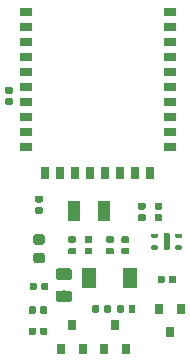
<source format=gbr>
G04 #@! TF.GenerationSoftware,KiCad,Pcbnew,(5.1.2-1)-1*
G04 #@! TF.CreationDate,2021-09-11T11:00:07+02:00*
G04 #@! TF.ProjectId,parasite,70617261-7369-4746-952e-6b696361645f,1.1.0*
G04 #@! TF.SameCoordinates,Original*
G04 #@! TF.FileFunction,Paste,Top*
G04 #@! TF.FilePolarity,Positive*
%FSLAX46Y46*%
G04 Gerber Fmt 4.6, Leading zero omitted, Abs format (unit mm)*
G04 Created by KiCad (PCBNEW (5.1.2-1)-1) date 2021-09-11 11:00:07*
%MOMM*%
%LPD*%
G04 APERTURE LIST*
%ADD10R,1.000000X0.650000*%
%ADD11R,0.650000X1.000000*%
%ADD12C,0.100000*%
%ADD13C,0.590000*%
%ADD14C,0.500000*%
%ADD15C,0.350000*%
%ADD16R,1.000000X1.800000*%
%ADD17R,0.800000X0.900000*%
%ADD18C,0.875000*%
%ADD19C,0.975000*%
%ADD20R,1.300000X1.700000*%
G04 APERTURE END LIST*
D10*
X60881000Y-42600000D03*
X60881000Y-41330000D03*
X60881000Y-40060000D03*
X60881000Y-38790000D03*
X60881000Y-37520000D03*
X60881000Y-36250000D03*
X60881000Y-34980000D03*
X60881000Y-33710000D03*
X60881000Y-32440000D03*
X60881000Y-31170000D03*
X73119000Y-38790000D03*
X73119000Y-31170000D03*
X73119000Y-37520000D03*
X73119000Y-32440000D03*
X73119000Y-33710000D03*
X73119000Y-34980000D03*
X73119000Y-40060000D03*
X73119000Y-36250000D03*
X73119000Y-41330000D03*
X73119000Y-42600000D03*
D11*
X70150000Y-44819000D03*
X62530000Y-44819000D03*
X68880000Y-44819000D03*
X63800000Y-44819000D03*
X65070000Y-44819000D03*
X66340000Y-44819000D03*
X71420000Y-44819000D03*
X67610000Y-44819000D03*
D12*
G36*
X59636958Y-38455710D02*
G01*
X59651276Y-38457834D01*
X59665317Y-38461351D01*
X59678946Y-38466228D01*
X59692031Y-38472417D01*
X59704447Y-38479858D01*
X59716073Y-38488481D01*
X59726798Y-38498202D01*
X59736519Y-38508927D01*
X59745142Y-38520553D01*
X59752583Y-38532969D01*
X59758772Y-38546054D01*
X59763649Y-38559683D01*
X59767166Y-38573724D01*
X59769290Y-38588042D01*
X59770000Y-38602500D01*
X59770000Y-38897500D01*
X59769290Y-38911958D01*
X59767166Y-38926276D01*
X59763649Y-38940317D01*
X59758772Y-38953946D01*
X59752583Y-38967031D01*
X59745142Y-38979447D01*
X59736519Y-38991073D01*
X59726798Y-39001798D01*
X59716073Y-39011519D01*
X59704447Y-39020142D01*
X59692031Y-39027583D01*
X59678946Y-39033772D01*
X59665317Y-39038649D01*
X59651276Y-39042166D01*
X59636958Y-39044290D01*
X59622500Y-39045000D01*
X59277500Y-39045000D01*
X59263042Y-39044290D01*
X59248724Y-39042166D01*
X59234683Y-39038649D01*
X59221054Y-39033772D01*
X59207969Y-39027583D01*
X59195553Y-39020142D01*
X59183927Y-39011519D01*
X59173202Y-39001798D01*
X59163481Y-38991073D01*
X59154858Y-38979447D01*
X59147417Y-38967031D01*
X59141228Y-38953946D01*
X59136351Y-38940317D01*
X59132834Y-38926276D01*
X59130710Y-38911958D01*
X59130000Y-38897500D01*
X59130000Y-38602500D01*
X59130710Y-38588042D01*
X59132834Y-38573724D01*
X59136351Y-38559683D01*
X59141228Y-38546054D01*
X59147417Y-38532969D01*
X59154858Y-38520553D01*
X59163481Y-38508927D01*
X59173202Y-38498202D01*
X59183927Y-38488481D01*
X59195553Y-38479858D01*
X59207969Y-38472417D01*
X59221054Y-38466228D01*
X59234683Y-38461351D01*
X59248724Y-38457834D01*
X59263042Y-38455710D01*
X59277500Y-38455000D01*
X59622500Y-38455000D01*
X59636958Y-38455710D01*
X59636958Y-38455710D01*
G37*
D13*
X59450000Y-38750000D03*
D12*
G36*
X59636958Y-37485710D02*
G01*
X59651276Y-37487834D01*
X59665317Y-37491351D01*
X59678946Y-37496228D01*
X59692031Y-37502417D01*
X59704447Y-37509858D01*
X59716073Y-37518481D01*
X59726798Y-37528202D01*
X59736519Y-37538927D01*
X59745142Y-37550553D01*
X59752583Y-37562969D01*
X59758772Y-37576054D01*
X59763649Y-37589683D01*
X59767166Y-37603724D01*
X59769290Y-37618042D01*
X59770000Y-37632500D01*
X59770000Y-37927500D01*
X59769290Y-37941958D01*
X59767166Y-37956276D01*
X59763649Y-37970317D01*
X59758772Y-37983946D01*
X59752583Y-37997031D01*
X59745142Y-38009447D01*
X59736519Y-38021073D01*
X59726798Y-38031798D01*
X59716073Y-38041519D01*
X59704447Y-38050142D01*
X59692031Y-38057583D01*
X59678946Y-38063772D01*
X59665317Y-38068649D01*
X59651276Y-38072166D01*
X59636958Y-38074290D01*
X59622500Y-38075000D01*
X59277500Y-38075000D01*
X59263042Y-38074290D01*
X59248724Y-38072166D01*
X59234683Y-38068649D01*
X59221054Y-38063772D01*
X59207969Y-38057583D01*
X59195553Y-38050142D01*
X59183927Y-38041519D01*
X59173202Y-38031798D01*
X59163481Y-38021073D01*
X59154858Y-38009447D01*
X59147417Y-37997031D01*
X59141228Y-37983946D01*
X59136351Y-37970317D01*
X59132834Y-37956276D01*
X59130710Y-37941958D01*
X59130000Y-37927500D01*
X59130000Y-37632500D01*
X59130710Y-37618042D01*
X59132834Y-37603724D01*
X59136351Y-37589683D01*
X59141228Y-37576054D01*
X59147417Y-37562969D01*
X59154858Y-37550553D01*
X59163481Y-37538927D01*
X59173202Y-37528202D01*
X59183927Y-37518481D01*
X59195553Y-37509858D01*
X59207969Y-37502417D01*
X59221054Y-37496228D01*
X59234683Y-37491351D01*
X59248724Y-37487834D01*
X59263042Y-37485710D01*
X59277500Y-37485000D01*
X59622500Y-37485000D01*
X59636958Y-37485710D01*
X59636958Y-37485710D01*
G37*
D13*
X59450000Y-37780000D03*
D12*
G36*
X72937252Y-49900602D02*
G01*
X72949386Y-49902402D01*
X72961286Y-49905382D01*
X72972835Y-49909515D01*
X72983925Y-49914760D01*
X72994446Y-49921066D01*
X73004299Y-49928374D01*
X73013388Y-49936612D01*
X73021626Y-49945701D01*
X73028934Y-49955554D01*
X73035240Y-49966075D01*
X73040485Y-49977165D01*
X73044618Y-49988714D01*
X73047598Y-50000614D01*
X73049398Y-50012748D01*
X73050000Y-50025000D01*
X73050000Y-51175000D01*
X73049398Y-51187252D01*
X73047598Y-51199386D01*
X73044618Y-51211286D01*
X73040485Y-51222835D01*
X73035240Y-51233925D01*
X73028934Y-51244446D01*
X73021626Y-51254299D01*
X73013388Y-51263388D01*
X73004299Y-51271626D01*
X72994446Y-51278934D01*
X72983925Y-51285240D01*
X72972835Y-51290485D01*
X72961286Y-51294618D01*
X72949386Y-51297598D01*
X72937252Y-51299398D01*
X72925000Y-51300000D01*
X72675000Y-51300000D01*
X72662748Y-51299398D01*
X72650614Y-51297598D01*
X72638714Y-51294618D01*
X72627165Y-51290485D01*
X72616075Y-51285240D01*
X72605554Y-51278934D01*
X72595701Y-51271626D01*
X72586612Y-51263388D01*
X72578374Y-51254299D01*
X72571066Y-51244446D01*
X72564760Y-51233925D01*
X72559515Y-51222835D01*
X72555382Y-51211286D01*
X72552402Y-51199386D01*
X72550602Y-51187252D01*
X72550000Y-51175000D01*
X72550000Y-50025000D01*
X72550602Y-50012748D01*
X72552402Y-50000614D01*
X72555382Y-49988714D01*
X72559515Y-49977165D01*
X72564760Y-49966075D01*
X72571066Y-49955554D01*
X72578374Y-49945701D01*
X72586612Y-49936612D01*
X72595701Y-49928374D01*
X72605554Y-49921066D01*
X72616075Y-49914760D01*
X72627165Y-49909515D01*
X72638714Y-49905382D01*
X72650614Y-49902402D01*
X72662748Y-49900602D01*
X72675000Y-49900000D01*
X72925000Y-49900000D01*
X72937252Y-49900602D01*
X72937252Y-49900602D01*
G37*
D14*
X72800000Y-50600000D03*
D12*
G36*
X71971076Y-50925421D02*
G01*
X71979570Y-50926681D01*
X71987900Y-50928768D01*
X71995985Y-50931661D01*
X72003747Y-50935332D01*
X72011112Y-50939746D01*
X72018009Y-50944862D01*
X72024372Y-50950628D01*
X72030138Y-50956991D01*
X72035254Y-50963888D01*
X72039668Y-50971253D01*
X72043339Y-50979015D01*
X72046232Y-50987100D01*
X72048319Y-50995430D01*
X72049579Y-51003924D01*
X72050000Y-51012500D01*
X72050000Y-51187500D01*
X72049579Y-51196076D01*
X72048319Y-51204570D01*
X72046232Y-51212900D01*
X72043339Y-51220985D01*
X72039668Y-51228747D01*
X72035254Y-51236112D01*
X72030138Y-51243009D01*
X72024372Y-51249372D01*
X72018009Y-51255138D01*
X72011112Y-51260254D01*
X72003747Y-51264668D01*
X71995985Y-51268339D01*
X71987900Y-51271232D01*
X71979570Y-51273319D01*
X71971076Y-51274579D01*
X71962500Y-51275000D01*
X71587500Y-51275000D01*
X71578924Y-51274579D01*
X71570430Y-51273319D01*
X71562100Y-51271232D01*
X71554015Y-51268339D01*
X71546253Y-51264668D01*
X71538888Y-51260254D01*
X71531991Y-51255138D01*
X71525628Y-51249372D01*
X71519862Y-51243009D01*
X71514746Y-51236112D01*
X71510332Y-51228747D01*
X71506661Y-51220985D01*
X71503768Y-51212900D01*
X71501681Y-51204570D01*
X71500421Y-51196076D01*
X71500000Y-51187500D01*
X71500000Y-51012500D01*
X71500421Y-51003924D01*
X71501681Y-50995430D01*
X71503768Y-50987100D01*
X71506661Y-50979015D01*
X71510332Y-50971253D01*
X71514746Y-50963888D01*
X71519862Y-50956991D01*
X71525628Y-50950628D01*
X71531991Y-50944862D01*
X71538888Y-50939746D01*
X71546253Y-50935332D01*
X71554015Y-50931661D01*
X71562100Y-50928768D01*
X71570430Y-50926681D01*
X71578924Y-50925421D01*
X71587500Y-50925000D01*
X71962500Y-50925000D01*
X71971076Y-50925421D01*
X71971076Y-50925421D01*
G37*
D15*
X71775000Y-51100000D03*
D12*
G36*
X71971076Y-49925421D02*
G01*
X71979570Y-49926681D01*
X71987900Y-49928768D01*
X71995985Y-49931661D01*
X72003747Y-49935332D01*
X72011112Y-49939746D01*
X72018009Y-49944862D01*
X72024372Y-49950628D01*
X72030138Y-49956991D01*
X72035254Y-49963888D01*
X72039668Y-49971253D01*
X72043339Y-49979015D01*
X72046232Y-49987100D01*
X72048319Y-49995430D01*
X72049579Y-50003924D01*
X72050000Y-50012500D01*
X72050000Y-50187500D01*
X72049579Y-50196076D01*
X72048319Y-50204570D01*
X72046232Y-50212900D01*
X72043339Y-50220985D01*
X72039668Y-50228747D01*
X72035254Y-50236112D01*
X72030138Y-50243009D01*
X72024372Y-50249372D01*
X72018009Y-50255138D01*
X72011112Y-50260254D01*
X72003747Y-50264668D01*
X71995985Y-50268339D01*
X71987900Y-50271232D01*
X71979570Y-50273319D01*
X71971076Y-50274579D01*
X71962500Y-50275000D01*
X71587500Y-50275000D01*
X71578924Y-50274579D01*
X71570430Y-50273319D01*
X71562100Y-50271232D01*
X71554015Y-50268339D01*
X71546253Y-50264668D01*
X71538888Y-50260254D01*
X71531991Y-50255138D01*
X71525628Y-50249372D01*
X71519862Y-50243009D01*
X71514746Y-50236112D01*
X71510332Y-50228747D01*
X71506661Y-50220985D01*
X71503768Y-50212900D01*
X71501681Y-50204570D01*
X71500421Y-50196076D01*
X71500000Y-50187500D01*
X71500000Y-50012500D01*
X71500421Y-50003924D01*
X71501681Y-49995430D01*
X71503768Y-49987100D01*
X71506661Y-49979015D01*
X71510332Y-49971253D01*
X71514746Y-49963888D01*
X71519862Y-49956991D01*
X71525628Y-49950628D01*
X71531991Y-49944862D01*
X71538888Y-49939746D01*
X71546253Y-49935332D01*
X71554015Y-49931661D01*
X71562100Y-49928768D01*
X71570430Y-49926681D01*
X71578924Y-49925421D01*
X71587500Y-49925000D01*
X71962500Y-49925000D01*
X71971076Y-49925421D01*
X71971076Y-49925421D01*
G37*
D15*
X71775000Y-50100000D03*
D12*
G36*
X74021076Y-49925421D02*
G01*
X74029570Y-49926681D01*
X74037900Y-49928768D01*
X74045985Y-49931661D01*
X74053747Y-49935332D01*
X74061112Y-49939746D01*
X74068009Y-49944862D01*
X74074372Y-49950628D01*
X74080138Y-49956991D01*
X74085254Y-49963888D01*
X74089668Y-49971253D01*
X74093339Y-49979015D01*
X74096232Y-49987100D01*
X74098319Y-49995430D01*
X74099579Y-50003924D01*
X74100000Y-50012500D01*
X74100000Y-50187500D01*
X74099579Y-50196076D01*
X74098319Y-50204570D01*
X74096232Y-50212900D01*
X74093339Y-50220985D01*
X74089668Y-50228747D01*
X74085254Y-50236112D01*
X74080138Y-50243009D01*
X74074372Y-50249372D01*
X74068009Y-50255138D01*
X74061112Y-50260254D01*
X74053747Y-50264668D01*
X74045985Y-50268339D01*
X74037900Y-50271232D01*
X74029570Y-50273319D01*
X74021076Y-50274579D01*
X74012500Y-50275000D01*
X73637500Y-50275000D01*
X73628924Y-50274579D01*
X73620430Y-50273319D01*
X73612100Y-50271232D01*
X73604015Y-50268339D01*
X73596253Y-50264668D01*
X73588888Y-50260254D01*
X73581991Y-50255138D01*
X73575628Y-50249372D01*
X73569862Y-50243009D01*
X73564746Y-50236112D01*
X73560332Y-50228747D01*
X73556661Y-50220985D01*
X73553768Y-50212900D01*
X73551681Y-50204570D01*
X73550421Y-50196076D01*
X73550000Y-50187500D01*
X73550000Y-50012500D01*
X73550421Y-50003924D01*
X73551681Y-49995430D01*
X73553768Y-49987100D01*
X73556661Y-49979015D01*
X73560332Y-49971253D01*
X73564746Y-49963888D01*
X73569862Y-49956991D01*
X73575628Y-49950628D01*
X73581991Y-49944862D01*
X73588888Y-49939746D01*
X73596253Y-49935332D01*
X73604015Y-49931661D01*
X73612100Y-49928768D01*
X73620430Y-49926681D01*
X73628924Y-49925421D01*
X73637500Y-49925000D01*
X74012500Y-49925000D01*
X74021076Y-49925421D01*
X74021076Y-49925421D01*
G37*
D15*
X73825000Y-50100000D03*
D12*
G36*
X74021076Y-50925421D02*
G01*
X74029570Y-50926681D01*
X74037900Y-50928768D01*
X74045985Y-50931661D01*
X74053747Y-50935332D01*
X74061112Y-50939746D01*
X74068009Y-50944862D01*
X74074372Y-50950628D01*
X74080138Y-50956991D01*
X74085254Y-50963888D01*
X74089668Y-50971253D01*
X74093339Y-50979015D01*
X74096232Y-50987100D01*
X74098319Y-50995430D01*
X74099579Y-51003924D01*
X74100000Y-51012500D01*
X74100000Y-51187500D01*
X74099579Y-51196076D01*
X74098319Y-51204570D01*
X74096232Y-51212900D01*
X74093339Y-51220985D01*
X74089668Y-51228747D01*
X74085254Y-51236112D01*
X74080138Y-51243009D01*
X74074372Y-51249372D01*
X74068009Y-51255138D01*
X74061112Y-51260254D01*
X74053747Y-51264668D01*
X74045985Y-51268339D01*
X74037900Y-51271232D01*
X74029570Y-51273319D01*
X74021076Y-51274579D01*
X74012500Y-51275000D01*
X73637500Y-51275000D01*
X73628924Y-51274579D01*
X73620430Y-51273319D01*
X73612100Y-51271232D01*
X73604015Y-51268339D01*
X73596253Y-51264668D01*
X73588888Y-51260254D01*
X73581991Y-51255138D01*
X73575628Y-51249372D01*
X73569862Y-51243009D01*
X73564746Y-51236112D01*
X73560332Y-51228747D01*
X73556661Y-51220985D01*
X73553768Y-51212900D01*
X73551681Y-51204570D01*
X73550421Y-51196076D01*
X73550000Y-51187500D01*
X73550000Y-51012500D01*
X73550421Y-51003924D01*
X73551681Y-50995430D01*
X73553768Y-50987100D01*
X73556661Y-50979015D01*
X73560332Y-50971253D01*
X73564746Y-50963888D01*
X73569862Y-50956991D01*
X73575628Y-50950628D01*
X73581991Y-50944862D01*
X73588888Y-50939746D01*
X73596253Y-50935332D01*
X73604015Y-50931661D01*
X73612100Y-50928768D01*
X73620430Y-50926681D01*
X73628924Y-50925421D01*
X73637500Y-50925000D01*
X74012500Y-50925000D01*
X74021076Y-50925421D01*
X74021076Y-50925421D01*
G37*
D15*
X73825000Y-51100000D03*
D16*
X67500000Y-48000000D03*
X65000000Y-48000000D03*
D12*
G36*
X72286958Y-48275710D02*
G01*
X72301276Y-48277834D01*
X72315317Y-48281351D01*
X72328946Y-48286228D01*
X72342031Y-48292417D01*
X72354447Y-48299858D01*
X72366073Y-48308481D01*
X72376798Y-48318202D01*
X72386519Y-48328927D01*
X72395142Y-48340553D01*
X72402583Y-48352969D01*
X72408772Y-48366054D01*
X72413649Y-48379683D01*
X72417166Y-48393724D01*
X72419290Y-48408042D01*
X72420000Y-48422500D01*
X72420000Y-48717500D01*
X72419290Y-48731958D01*
X72417166Y-48746276D01*
X72413649Y-48760317D01*
X72408772Y-48773946D01*
X72402583Y-48787031D01*
X72395142Y-48799447D01*
X72386519Y-48811073D01*
X72376798Y-48821798D01*
X72366073Y-48831519D01*
X72354447Y-48840142D01*
X72342031Y-48847583D01*
X72328946Y-48853772D01*
X72315317Y-48858649D01*
X72301276Y-48862166D01*
X72286958Y-48864290D01*
X72272500Y-48865000D01*
X71927500Y-48865000D01*
X71913042Y-48864290D01*
X71898724Y-48862166D01*
X71884683Y-48858649D01*
X71871054Y-48853772D01*
X71857969Y-48847583D01*
X71845553Y-48840142D01*
X71833927Y-48831519D01*
X71823202Y-48821798D01*
X71813481Y-48811073D01*
X71804858Y-48799447D01*
X71797417Y-48787031D01*
X71791228Y-48773946D01*
X71786351Y-48760317D01*
X71782834Y-48746276D01*
X71780710Y-48731958D01*
X71780000Y-48717500D01*
X71780000Y-48422500D01*
X71780710Y-48408042D01*
X71782834Y-48393724D01*
X71786351Y-48379683D01*
X71791228Y-48366054D01*
X71797417Y-48352969D01*
X71804858Y-48340553D01*
X71813481Y-48328927D01*
X71823202Y-48318202D01*
X71833927Y-48308481D01*
X71845553Y-48299858D01*
X71857969Y-48292417D01*
X71871054Y-48286228D01*
X71884683Y-48281351D01*
X71898724Y-48277834D01*
X71913042Y-48275710D01*
X71927500Y-48275000D01*
X72272500Y-48275000D01*
X72286958Y-48275710D01*
X72286958Y-48275710D01*
G37*
D13*
X72100000Y-48570000D03*
D12*
G36*
X72286958Y-47305710D02*
G01*
X72301276Y-47307834D01*
X72315317Y-47311351D01*
X72328946Y-47316228D01*
X72342031Y-47322417D01*
X72354447Y-47329858D01*
X72366073Y-47338481D01*
X72376798Y-47348202D01*
X72386519Y-47358927D01*
X72395142Y-47370553D01*
X72402583Y-47382969D01*
X72408772Y-47396054D01*
X72413649Y-47409683D01*
X72417166Y-47423724D01*
X72419290Y-47438042D01*
X72420000Y-47452500D01*
X72420000Y-47747500D01*
X72419290Y-47761958D01*
X72417166Y-47776276D01*
X72413649Y-47790317D01*
X72408772Y-47803946D01*
X72402583Y-47817031D01*
X72395142Y-47829447D01*
X72386519Y-47841073D01*
X72376798Y-47851798D01*
X72366073Y-47861519D01*
X72354447Y-47870142D01*
X72342031Y-47877583D01*
X72328946Y-47883772D01*
X72315317Y-47888649D01*
X72301276Y-47892166D01*
X72286958Y-47894290D01*
X72272500Y-47895000D01*
X71927500Y-47895000D01*
X71913042Y-47894290D01*
X71898724Y-47892166D01*
X71884683Y-47888649D01*
X71871054Y-47883772D01*
X71857969Y-47877583D01*
X71845553Y-47870142D01*
X71833927Y-47861519D01*
X71823202Y-47851798D01*
X71813481Y-47841073D01*
X71804858Y-47829447D01*
X71797417Y-47817031D01*
X71791228Y-47803946D01*
X71786351Y-47790317D01*
X71782834Y-47776276D01*
X71780710Y-47761958D01*
X71780000Y-47747500D01*
X71780000Y-47452500D01*
X71780710Y-47438042D01*
X71782834Y-47423724D01*
X71786351Y-47409683D01*
X71791228Y-47396054D01*
X71797417Y-47382969D01*
X71804858Y-47370553D01*
X71813481Y-47358927D01*
X71823202Y-47348202D01*
X71833927Y-47338481D01*
X71845553Y-47329858D01*
X71857969Y-47322417D01*
X71871054Y-47316228D01*
X71884683Y-47311351D01*
X71898724Y-47307834D01*
X71913042Y-47305710D01*
X71927500Y-47305000D01*
X72272500Y-47305000D01*
X72286958Y-47305710D01*
X72286958Y-47305710D01*
G37*
D13*
X72100000Y-47600000D03*
D12*
G36*
X70886958Y-47305710D02*
G01*
X70901276Y-47307834D01*
X70915317Y-47311351D01*
X70928946Y-47316228D01*
X70942031Y-47322417D01*
X70954447Y-47329858D01*
X70966073Y-47338481D01*
X70976798Y-47348202D01*
X70986519Y-47358927D01*
X70995142Y-47370553D01*
X71002583Y-47382969D01*
X71008772Y-47396054D01*
X71013649Y-47409683D01*
X71017166Y-47423724D01*
X71019290Y-47438042D01*
X71020000Y-47452500D01*
X71020000Y-47747500D01*
X71019290Y-47761958D01*
X71017166Y-47776276D01*
X71013649Y-47790317D01*
X71008772Y-47803946D01*
X71002583Y-47817031D01*
X70995142Y-47829447D01*
X70986519Y-47841073D01*
X70976798Y-47851798D01*
X70966073Y-47861519D01*
X70954447Y-47870142D01*
X70942031Y-47877583D01*
X70928946Y-47883772D01*
X70915317Y-47888649D01*
X70901276Y-47892166D01*
X70886958Y-47894290D01*
X70872500Y-47895000D01*
X70527500Y-47895000D01*
X70513042Y-47894290D01*
X70498724Y-47892166D01*
X70484683Y-47888649D01*
X70471054Y-47883772D01*
X70457969Y-47877583D01*
X70445553Y-47870142D01*
X70433927Y-47861519D01*
X70423202Y-47851798D01*
X70413481Y-47841073D01*
X70404858Y-47829447D01*
X70397417Y-47817031D01*
X70391228Y-47803946D01*
X70386351Y-47790317D01*
X70382834Y-47776276D01*
X70380710Y-47761958D01*
X70380000Y-47747500D01*
X70380000Y-47452500D01*
X70380710Y-47438042D01*
X70382834Y-47423724D01*
X70386351Y-47409683D01*
X70391228Y-47396054D01*
X70397417Y-47382969D01*
X70404858Y-47370553D01*
X70413481Y-47358927D01*
X70423202Y-47348202D01*
X70433927Y-47338481D01*
X70445553Y-47329858D01*
X70457969Y-47322417D01*
X70471054Y-47316228D01*
X70484683Y-47311351D01*
X70498724Y-47307834D01*
X70513042Y-47305710D01*
X70527500Y-47305000D01*
X70872500Y-47305000D01*
X70886958Y-47305710D01*
X70886958Y-47305710D01*
G37*
D13*
X70700000Y-47600000D03*
D12*
G36*
X70886958Y-48275710D02*
G01*
X70901276Y-48277834D01*
X70915317Y-48281351D01*
X70928946Y-48286228D01*
X70942031Y-48292417D01*
X70954447Y-48299858D01*
X70966073Y-48308481D01*
X70976798Y-48318202D01*
X70986519Y-48328927D01*
X70995142Y-48340553D01*
X71002583Y-48352969D01*
X71008772Y-48366054D01*
X71013649Y-48379683D01*
X71017166Y-48393724D01*
X71019290Y-48408042D01*
X71020000Y-48422500D01*
X71020000Y-48717500D01*
X71019290Y-48731958D01*
X71017166Y-48746276D01*
X71013649Y-48760317D01*
X71008772Y-48773946D01*
X71002583Y-48787031D01*
X70995142Y-48799447D01*
X70986519Y-48811073D01*
X70976798Y-48821798D01*
X70966073Y-48831519D01*
X70954447Y-48840142D01*
X70942031Y-48847583D01*
X70928946Y-48853772D01*
X70915317Y-48858649D01*
X70901276Y-48862166D01*
X70886958Y-48864290D01*
X70872500Y-48865000D01*
X70527500Y-48865000D01*
X70513042Y-48864290D01*
X70498724Y-48862166D01*
X70484683Y-48858649D01*
X70471054Y-48853772D01*
X70457969Y-48847583D01*
X70445553Y-48840142D01*
X70433927Y-48831519D01*
X70423202Y-48821798D01*
X70413481Y-48811073D01*
X70404858Y-48799447D01*
X70397417Y-48787031D01*
X70391228Y-48773946D01*
X70386351Y-48760317D01*
X70382834Y-48746276D01*
X70380710Y-48731958D01*
X70380000Y-48717500D01*
X70380000Y-48422500D01*
X70380710Y-48408042D01*
X70382834Y-48393724D01*
X70386351Y-48379683D01*
X70391228Y-48366054D01*
X70397417Y-48352969D01*
X70404858Y-48340553D01*
X70413481Y-48328927D01*
X70423202Y-48318202D01*
X70433927Y-48308481D01*
X70445553Y-48299858D01*
X70457969Y-48292417D01*
X70471054Y-48286228D01*
X70484683Y-48281351D01*
X70498724Y-48277834D01*
X70513042Y-48275710D01*
X70527500Y-48275000D01*
X70872500Y-48275000D01*
X70886958Y-48275710D01*
X70886958Y-48275710D01*
G37*
D13*
X70700000Y-48570000D03*
D12*
G36*
X69486958Y-50135710D02*
G01*
X69501276Y-50137834D01*
X69515317Y-50141351D01*
X69528946Y-50146228D01*
X69542031Y-50152417D01*
X69554447Y-50159858D01*
X69566073Y-50168481D01*
X69576798Y-50178202D01*
X69586519Y-50188927D01*
X69595142Y-50200553D01*
X69602583Y-50212969D01*
X69608772Y-50226054D01*
X69613649Y-50239683D01*
X69617166Y-50253724D01*
X69619290Y-50268042D01*
X69620000Y-50282500D01*
X69620000Y-50577500D01*
X69619290Y-50591958D01*
X69617166Y-50606276D01*
X69613649Y-50620317D01*
X69608772Y-50633946D01*
X69602583Y-50647031D01*
X69595142Y-50659447D01*
X69586519Y-50671073D01*
X69576798Y-50681798D01*
X69566073Y-50691519D01*
X69554447Y-50700142D01*
X69542031Y-50707583D01*
X69528946Y-50713772D01*
X69515317Y-50718649D01*
X69501276Y-50722166D01*
X69486958Y-50724290D01*
X69472500Y-50725000D01*
X69127500Y-50725000D01*
X69113042Y-50724290D01*
X69098724Y-50722166D01*
X69084683Y-50718649D01*
X69071054Y-50713772D01*
X69057969Y-50707583D01*
X69045553Y-50700142D01*
X69033927Y-50691519D01*
X69023202Y-50681798D01*
X69013481Y-50671073D01*
X69004858Y-50659447D01*
X68997417Y-50647031D01*
X68991228Y-50633946D01*
X68986351Y-50620317D01*
X68982834Y-50606276D01*
X68980710Y-50591958D01*
X68980000Y-50577500D01*
X68980000Y-50282500D01*
X68980710Y-50268042D01*
X68982834Y-50253724D01*
X68986351Y-50239683D01*
X68991228Y-50226054D01*
X68997417Y-50212969D01*
X69004858Y-50200553D01*
X69013481Y-50188927D01*
X69023202Y-50178202D01*
X69033927Y-50168481D01*
X69045553Y-50159858D01*
X69057969Y-50152417D01*
X69071054Y-50146228D01*
X69084683Y-50141351D01*
X69098724Y-50137834D01*
X69113042Y-50135710D01*
X69127500Y-50135000D01*
X69472500Y-50135000D01*
X69486958Y-50135710D01*
X69486958Y-50135710D01*
G37*
D13*
X69300000Y-50430000D03*
D12*
G36*
X69486958Y-51105710D02*
G01*
X69501276Y-51107834D01*
X69515317Y-51111351D01*
X69528946Y-51116228D01*
X69542031Y-51122417D01*
X69554447Y-51129858D01*
X69566073Y-51138481D01*
X69576798Y-51148202D01*
X69586519Y-51158927D01*
X69595142Y-51170553D01*
X69602583Y-51182969D01*
X69608772Y-51196054D01*
X69613649Y-51209683D01*
X69617166Y-51223724D01*
X69619290Y-51238042D01*
X69620000Y-51252500D01*
X69620000Y-51547500D01*
X69619290Y-51561958D01*
X69617166Y-51576276D01*
X69613649Y-51590317D01*
X69608772Y-51603946D01*
X69602583Y-51617031D01*
X69595142Y-51629447D01*
X69586519Y-51641073D01*
X69576798Y-51651798D01*
X69566073Y-51661519D01*
X69554447Y-51670142D01*
X69542031Y-51677583D01*
X69528946Y-51683772D01*
X69515317Y-51688649D01*
X69501276Y-51692166D01*
X69486958Y-51694290D01*
X69472500Y-51695000D01*
X69127500Y-51695000D01*
X69113042Y-51694290D01*
X69098724Y-51692166D01*
X69084683Y-51688649D01*
X69071054Y-51683772D01*
X69057969Y-51677583D01*
X69045553Y-51670142D01*
X69033927Y-51661519D01*
X69023202Y-51651798D01*
X69013481Y-51641073D01*
X69004858Y-51629447D01*
X68997417Y-51617031D01*
X68991228Y-51603946D01*
X68986351Y-51590317D01*
X68982834Y-51576276D01*
X68980710Y-51561958D01*
X68980000Y-51547500D01*
X68980000Y-51252500D01*
X68980710Y-51238042D01*
X68982834Y-51223724D01*
X68986351Y-51209683D01*
X68991228Y-51196054D01*
X68997417Y-51182969D01*
X69004858Y-51170553D01*
X69013481Y-51158927D01*
X69023202Y-51148202D01*
X69033927Y-51138481D01*
X69045553Y-51129858D01*
X69057969Y-51122417D01*
X69071054Y-51116228D01*
X69084683Y-51111351D01*
X69098724Y-51107834D01*
X69113042Y-51105710D01*
X69127500Y-51105000D01*
X69472500Y-51105000D01*
X69486958Y-51105710D01*
X69486958Y-51105710D01*
G37*
D13*
X69300000Y-51400000D03*
D12*
G36*
X70031958Y-55980710D02*
G01*
X70046276Y-55982834D01*
X70060317Y-55986351D01*
X70073946Y-55991228D01*
X70087031Y-55997417D01*
X70099447Y-56004858D01*
X70111073Y-56013481D01*
X70121798Y-56023202D01*
X70131519Y-56033927D01*
X70140142Y-56045553D01*
X70147583Y-56057969D01*
X70153772Y-56071054D01*
X70158649Y-56084683D01*
X70162166Y-56098724D01*
X70164290Y-56113042D01*
X70165000Y-56127500D01*
X70165000Y-56472500D01*
X70164290Y-56486958D01*
X70162166Y-56501276D01*
X70158649Y-56515317D01*
X70153772Y-56528946D01*
X70147583Y-56542031D01*
X70140142Y-56554447D01*
X70131519Y-56566073D01*
X70121798Y-56576798D01*
X70111073Y-56586519D01*
X70099447Y-56595142D01*
X70087031Y-56602583D01*
X70073946Y-56608772D01*
X70060317Y-56613649D01*
X70046276Y-56617166D01*
X70031958Y-56619290D01*
X70017500Y-56620000D01*
X69722500Y-56620000D01*
X69708042Y-56619290D01*
X69693724Y-56617166D01*
X69679683Y-56613649D01*
X69666054Y-56608772D01*
X69652969Y-56602583D01*
X69640553Y-56595142D01*
X69628927Y-56586519D01*
X69618202Y-56576798D01*
X69608481Y-56566073D01*
X69599858Y-56554447D01*
X69592417Y-56542031D01*
X69586228Y-56528946D01*
X69581351Y-56515317D01*
X69577834Y-56501276D01*
X69575710Y-56486958D01*
X69575000Y-56472500D01*
X69575000Y-56127500D01*
X69575710Y-56113042D01*
X69577834Y-56098724D01*
X69581351Y-56084683D01*
X69586228Y-56071054D01*
X69592417Y-56057969D01*
X69599858Y-56045553D01*
X69608481Y-56033927D01*
X69618202Y-56023202D01*
X69628927Y-56013481D01*
X69640553Y-56004858D01*
X69652969Y-55997417D01*
X69666054Y-55991228D01*
X69679683Y-55986351D01*
X69693724Y-55982834D01*
X69708042Y-55980710D01*
X69722500Y-55980000D01*
X70017500Y-55980000D01*
X70031958Y-55980710D01*
X70031958Y-55980710D01*
G37*
D13*
X69870000Y-56300000D03*
D12*
G36*
X69061958Y-55980710D02*
G01*
X69076276Y-55982834D01*
X69090317Y-55986351D01*
X69103946Y-55991228D01*
X69117031Y-55997417D01*
X69129447Y-56004858D01*
X69141073Y-56013481D01*
X69151798Y-56023202D01*
X69161519Y-56033927D01*
X69170142Y-56045553D01*
X69177583Y-56057969D01*
X69183772Y-56071054D01*
X69188649Y-56084683D01*
X69192166Y-56098724D01*
X69194290Y-56113042D01*
X69195000Y-56127500D01*
X69195000Y-56472500D01*
X69194290Y-56486958D01*
X69192166Y-56501276D01*
X69188649Y-56515317D01*
X69183772Y-56528946D01*
X69177583Y-56542031D01*
X69170142Y-56554447D01*
X69161519Y-56566073D01*
X69151798Y-56576798D01*
X69141073Y-56586519D01*
X69129447Y-56595142D01*
X69117031Y-56602583D01*
X69103946Y-56608772D01*
X69090317Y-56613649D01*
X69076276Y-56617166D01*
X69061958Y-56619290D01*
X69047500Y-56620000D01*
X68752500Y-56620000D01*
X68738042Y-56619290D01*
X68723724Y-56617166D01*
X68709683Y-56613649D01*
X68696054Y-56608772D01*
X68682969Y-56602583D01*
X68670553Y-56595142D01*
X68658927Y-56586519D01*
X68648202Y-56576798D01*
X68638481Y-56566073D01*
X68629858Y-56554447D01*
X68622417Y-56542031D01*
X68616228Y-56528946D01*
X68611351Y-56515317D01*
X68607834Y-56501276D01*
X68605710Y-56486958D01*
X68605000Y-56472500D01*
X68605000Y-56127500D01*
X68605710Y-56113042D01*
X68607834Y-56098724D01*
X68611351Y-56084683D01*
X68616228Y-56071054D01*
X68622417Y-56057969D01*
X68629858Y-56045553D01*
X68638481Y-56033927D01*
X68648202Y-56023202D01*
X68658927Y-56013481D01*
X68670553Y-56004858D01*
X68682969Y-55997417D01*
X68696054Y-55991228D01*
X68709683Y-55986351D01*
X68723724Y-55982834D01*
X68738042Y-55980710D01*
X68752500Y-55980000D01*
X69047500Y-55980000D01*
X69061958Y-55980710D01*
X69061958Y-55980710D01*
G37*
D13*
X68900000Y-56300000D03*
D12*
G36*
X61591958Y-57880710D02*
G01*
X61606276Y-57882834D01*
X61620317Y-57886351D01*
X61633946Y-57891228D01*
X61647031Y-57897417D01*
X61659447Y-57904858D01*
X61671073Y-57913481D01*
X61681798Y-57923202D01*
X61691519Y-57933927D01*
X61700142Y-57945553D01*
X61707583Y-57957969D01*
X61713772Y-57971054D01*
X61718649Y-57984683D01*
X61722166Y-57998724D01*
X61724290Y-58013042D01*
X61725000Y-58027500D01*
X61725000Y-58372500D01*
X61724290Y-58386958D01*
X61722166Y-58401276D01*
X61718649Y-58415317D01*
X61713772Y-58428946D01*
X61707583Y-58442031D01*
X61700142Y-58454447D01*
X61691519Y-58466073D01*
X61681798Y-58476798D01*
X61671073Y-58486519D01*
X61659447Y-58495142D01*
X61647031Y-58502583D01*
X61633946Y-58508772D01*
X61620317Y-58513649D01*
X61606276Y-58517166D01*
X61591958Y-58519290D01*
X61577500Y-58520000D01*
X61282500Y-58520000D01*
X61268042Y-58519290D01*
X61253724Y-58517166D01*
X61239683Y-58513649D01*
X61226054Y-58508772D01*
X61212969Y-58502583D01*
X61200553Y-58495142D01*
X61188927Y-58486519D01*
X61178202Y-58476798D01*
X61168481Y-58466073D01*
X61159858Y-58454447D01*
X61152417Y-58442031D01*
X61146228Y-58428946D01*
X61141351Y-58415317D01*
X61137834Y-58401276D01*
X61135710Y-58386958D01*
X61135000Y-58372500D01*
X61135000Y-58027500D01*
X61135710Y-58013042D01*
X61137834Y-57998724D01*
X61141351Y-57984683D01*
X61146228Y-57971054D01*
X61152417Y-57957969D01*
X61159858Y-57945553D01*
X61168481Y-57933927D01*
X61178202Y-57923202D01*
X61188927Y-57913481D01*
X61200553Y-57904858D01*
X61212969Y-57897417D01*
X61226054Y-57891228D01*
X61239683Y-57886351D01*
X61253724Y-57882834D01*
X61268042Y-57880710D01*
X61282500Y-57880000D01*
X61577500Y-57880000D01*
X61591958Y-57880710D01*
X61591958Y-57880710D01*
G37*
D13*
X61430000Y-58200000D03*
D12*
G36*
X62561958Y-57880710D02*
G01*
X62576276Y-57882834D01*
X62590317Y-57886351D01*
X62603946Y-57891228D01*
X62617031Y-57897417D01*
X62629447Y-57904858D01*
X62641073Y-57913481D01*
X62651798Y-57923202D01*
X62661519Y-57933927D01*
X62670142Y-57945553D01*
X62677583Y-57957969D01*
X62683772Y-57971054D01*
X62688649Y-57984683D01*
X62692166Y-57998724D01*
X62694290Y-58013042D01*
X62695000Y-58027500D01*
X62695000Y-58372500D01*
X62694290Y-58386958D01*
X62692166Y-58401276D01*
X62688649Y-58415317D01*
X62683772Y-58428946D01*
X62677583Y-58442031D01*
X62670142Y-58454447D01*
X62661519Y-58466073D01*
X62651798Y-58476798D01*
X62641073Y-58486519D01*
X62629447Y-58495142D01*
X62617031Y-58502583D01*
X62603946Y-58508772D01*
X62590317Y-58513649D01*
X62576276Y-58517166D01*
X62561958Y-58519290D01*
X62547500Y-58520000D01*
X62252500Y-58520000D01*
X62238042Y-58519290D01*
X62223724Y-58517166D01*
X62209683Y-58513649D01*
X62196054Y-58508772D01*
X62182969Y-58502583D01*
X62170553Y-58495142D01*
X62158927Y-58486519D01*
X62148202Y-58476798D01*
X62138481Y-58466073D01*
X62129858Y-58454447D01*
X62122417Y-58442031D01*
X62116228Y-58428946D01*
X62111351Y-58415317D01*
X62107834Y-58401276D01*
X62105710Y-58386958D01*
X62105000Y-58372500D01*
X62105000Y-58027500D01*
X62105710Y-58013042D01*
X62107834Y-57998724D01*
X62111351Y-57984683D01*
X62116228Y-57971054D01*
X62122417Y-57957969D01*
X62129858Y-57945553D01*
X62138481Y-57933927D01*
X62148202Y-57923202D01*
X62158927Y-57913481D01*
X62170553Y-57904858D01*
X62182969Y-57897417D01*
X62196054Y-57891228D01*
X62209683Y-57886351D01*
X62223724Y-57882834D01*
X62238042Y-57880710D01*
X62252500Y-57880000D01*
X62547500Y-57880000D01*
X62561958Y-57880710D01*
X62561958Y-57880710D01*
G37*
D13*
X62400000Y-58200000D03*
D12*
G36*
X67946958Y-55980710D02*
G01*
X67961276Y-55982834D01*
X67975317Y-55986351D01*
X67988946Y-55991228D01*
X68002031Y-55997417D01*
X68014447Y-56004858D01*
X68026073Y-56013481D01*
X68036798Y-56023202D01*
X68046519Y-56033927D01*
X68055142Y-56045553D01*
X68062583Y-56057969D01*
X68068772Y-56071054D01*
X68073649Y-56084683D01*
X68077166Y-56098724D01*
X68079290Y-56113042D01*
X68080000Y-56127500D01*
X68080000Y-56472500D01*
X68079290Y-56486958D01*
X68077166Y-56501276D01*
X68073649Y-56515317D01*
X68068772Y-56528946D01*
X68062583Y-56542031D01*
X68055142Y-56554447D01*
X68046519Y-56566073D01*
X68036798Y-56576798D01*
X68026073Y-56586519D01*
X68014447Y-56595142D01*
X68002031Y-56602583D01*
X67988946Y-56608772D01*
X67975317Y-56613649D01*
X67961276Y-56617166D01*
X67946958Y-56619290D01*
X67932500Y-56620000D01*
X67637500Y-56620000D01*
X67623042Y-56619290D01*
X67608724Y-56617166D01*
X67594683Y-56613649D01*
X67581054Y-56608772D01*
X67567969Y-56602583D01*
X67555553Y-56595142D01*
X67543927Y-56586519D01*
X67533202Y-56576798D01*
X67523481Y-56566073D01*
X67514858Y-56554447D01*
X67507417Y-56542031D01*
X67501228Y-56528946D01*
X67496351Y-56515317D01*
X67492834Y-56501276D01*
X67490710Y-56486958D01*
X67490000Y-56472500D01*
X67490000Y-56127500D01*
X67490710Y-56113042D01*
X67492834Y-56098724D01*
X67496351Y-56084683D01*
X67501228Y-56071054D01*
X67507417Y-56057969D01*
X67514858Y-56045553D01*
X67523481Y-56033927D01*
X67533202Y-56023202D01*
X67543927Y-56013481D01*
X67555553Y-56004858D01*
X67567969Y-55997417D01*
X67581054Y-55991228D01*
X67594683Y-55986351D01*
X67608724Y-55982834D01*
X67623042Y-55980710D01*
X67637500Y-55980000D01*
X67932500Y-55980000D01*
X67946958Y-55980710D01*
X67946958Y-55980710D01*
G37*
D13*
X67785000Y-56300000D03*
D12*
G36*
X66976958Y-55980710D02*
G01*
X66991276Y-55982834D01*
X67005317Y-55986351D01*
X67018946Y-55991228D01*
X67032031Y-55997417D01*
X67044447Y-56004858D01*
X67056073Y-56013481D01*
X67066798Y-56023202D01*
X67076519Y-56033927D01*
X67085142Y-56045553D01*
X67092583Y-56057969D01*
X67098772Y-56071054D01*
X67103649Y-56084683D01*
X67107166Y-56098724D01*
X67109290Y-56113042D01*
X67110000Y-56127500D01*
X67110000Y-56472500D01*
X67109290Y-56486958D01*
X67107166Y-56501276D01*
X67103649Y-56515317D01*
X67098772Y-56528946D01*
X67092583Y-56542031D01*
X67085142Y-56554447D01*
X67076519Y-56566073D01*
X67066798Y-56576798D01*
X67056073Y-56586519D01*
X67044447Y-56595142D01*
X67032031Y-56602583D01*
X67018946Y-56608772D01*
X67005317Y-56613649D01*
X66991276Y-56617166D01*
X66976958Y-56619290D01*
X66962500Y-56620000D01*
X66667500Y-56620000D01*
X66653042Y-56619290D01*
X66638724Y-56617166D01*
X66624683Y-56613649D01*
X66611054Y-56608772D01*
X66597969Y-56602583D01*
X66585553Y-56595142D01*
X66573927Y-56586519D01*
X66563202Y-56576798D01*
X66553481Y-56566073D01*
X66544858Y-56554447D01*
X66537417Y-56542031D01*
X66531228Y-56528946D01*
X66526351Y-56515317D01*
X66522834Y-56501276D01*
X66520710Y-56486958D01*
X66520000Y-56472500D01*
X66520000Y-56127500D01*
X66520710Y-56113042D01*
X66522834Y-56098724D01*
X66526351Y-56084683D01*
X66531228Y-56071054D01*
X66537417Y-56057969D01*
X66544858Y-56045553D01*
X66553481Y-56033927D01*
X66563202Y-56023202D01*
X66573927Y-56013481D01*
X66585553Y-56004858D01*
X66597969Y-55997417D01*
X66611054Y-55991228D01*
X66624683Y-55986351D01*
X66638724Y-55982834D01*
X66653042Y-55980710D01*
X66667500Y-55980000D01*
X66962500Y-55980000D01*
X66976958Y-55980710D01*
X66976958Y-55980710D01*
G37*
D13*
X66815000Y-56300000D03*
D12*
G36*
X62186958Y-47675710D02*
G01*
X62201276Y-47677834D01*
X62215317Y-47681351D01*
X62228946Y-47686228D01*
X62242031Y-47692417D01*
X62254447Y-47699858D01*
X62266073Y-47708481D01*
X62276798Y-47718202D01*
X62286519Y-47728927D01*
X62295142Y-47740553D01*
X62302583Y-47752969D01*
X62308772Y-47766054D01*
X62313649Y-47779683D01*
X62317166Y-47793724D01*
X62319290Y-47808042D01*
X62320000Y-47822500D01*
X62320000Y-48117500D01*
X62319290Y-48131958D01*
X62317166Y-48146276D01*
X62313649Y-48160317D01*
X62308772Y-48173946D01*
X62302583Y-48187031D01*
X62295142Y-48199447D01*
X62286519Y-48211073D01*
X62276798Y-48221798D01*
X62266073Y-48231519D01*
X62254447Y-48240142D01*
X62242031Y-48247583D01*
X62228946Y-48253772D01*
X62215317Y-48258649D01*
X62201276Y-48262166D01*
X62186958Y-48264290D01*
X62172500Y-48265000D01*
X61827500Y-48265000D01*
X61813042Y-48264290D01*
X61798724Y-48262166D01*
X61784683Y-48258649D01*
X61771054Y-48253772D01*
X61757969Y-48247583D01*
X61745553Y-48240142D01*
X61733927Y-48231519D01*
X61723202Y-48221798D01*
X61713481Y-48211073D01*
X61704858Y-48199447D01*
X61697417Y-48187031D01*
X61691228Y-48173946D01*
X61686351Y-48160317D01*
X61682834Y-48146276D01*
X61680710Y-48131958D01*
X61680000Y-48117500D01*
X61680000Y-47822500D01*
X61680710Y-47808042D01*
X61682834Y-47793724D01*
X61686351Y-47779683D01*
X61691228Y-47766054D01*
X61697417Y-47752969D01*
X61704858Y-47740553D01*
X61713481Y-47728927D01*
X61723202Y-47718202D01*
X61733927Y-47708481D01*
X61745553Y-47699858D01*
X61757969Y-47692417D01*
X61771054Y-47686228D01*
X61784683Y-47681351D01*
X61798724Y-47677834D01*
X61813042Y-47675710D01*
X61827500Y-47675000D01*
X62172500Y-47675000D01*
X62186958Y-47675710D01*
X62186958Y-47675710D01*
G37*
D13*
X62000000Y-47970000D03*
D12*
G36*
X62186958Y-46705710D02*
G01*
X62201276Y-46707834D01*
X62215317Y-46711351D01*
X62228946Y-46716228D01*
X62242031Y-46722417D01*
X62254447Y-46729858D01*
X62266073Y-46738481D01*
X62276798Y-46748202D01*
X62286519Y-46758927D01*
X62295142Y-46770553D01*
X62302583Y-46782969D01*
X62308772Y-46796054D01*
X62313649Y-46809683D01*
X62317166Y-46823724D01*
X62319290Y-46838042D01*
X62320000Y-46852500D01*
X62320000Y-47147500D01*
X62319290Y-47161958D01*
X62317166Y-47176276D01*
X62313649Y-47190317D01*
X62308772Y-47203946D01*
X62302583Y-47217031D01*
X62295142Y-47229447D01*
X62286519Y-47241073D01*
X62276798Y-47251798D01*
X62266073Y-47261519D01*
X62254447Y-47270142D01*
X62242031Y-47277583D01*
X62228946Y-47283772D01*
X62215317Y-47288649D01*
X62201276Y-47292166D01*
X62186958Y-47294290D01*
X62172500Y-47295000D01*
X61827500Y-47295000D01*
X61813042Y-47294290D01*
X61798724Y-47292166D01*
X61784683Y-47288649D01*
X61771054Y-47283772D01*
X61757969Y-47277583D01*
X61745553Y-47270142D01*
X61733927Y-47261519D01*
X61723202Y-47251798D01*
X61713481Y-47241073D01*
X61704858Y-47229447D01*
X61697417Y-47217031D01*
X61691228Y-47203946D01*
X61686351Y-47190317D01*
X61682834Y-47176276D01*
X61680710Y-47161958D01*
X61680000Y-47147500D01*
X61680000Y-46852500D01*
X61680710Y-46838042D01*
X61682834Y-46823724D01*
X61686351Y-46809683D01*
X61691228Y-46796054D01*
X61697417Y-46782969D01*
X61704858Y-46770553D01*
X61713481Y-46758927D01*
X61723202Y-46748202D01*
X61733927Y-46738481D01*
X61745553Y-46729858D01*
X61757969Y-46722417D01*
X61771054Y-46716228D01*
X61784683Y-46711351D01*
X61798724Y-46707834D01*
X61813042Y-46705710D01*
X61827500Y-46705000D01*
X62172500Y-46705000D01*
X62186958Y-46705710D01*
X62186958Y-46705710D01*
G37*
D13*
X62000000Y-47000000D03*
D12*
G36*
X62646958Y-54080710D02*
G01*
X62661276Y-54082834D01*
X62675317Y-54086351D01*
X62688946Y-54091228D01*
X62702031Y-54097417D01*
X62714447Y-54104858D01*
X62726073Y-54113481D01*
X62736798Y-54123202D01*
X62746519Y-54133927D01*
X62755142Y-54145553D01*
X62762583Y-54157969D01*
X62768772Y-54171054D01*
X62773649Y-54184683D01*
X62777166Y-54198724D01*
X62779290Y-54213042D01*
X62780000Y-54227500D01*
X62780000Y-54572500D01*
X62779290Y-54586958D01*
X62777166Y-54601276D01*
X62773649Y-54615317D01*
X62768772Y-54628946D01*
X62762583Y-54642031D01*
X62755142Y-54654447D01*
X62746519Y-54666073D01*
X62736798Y-54676798D01*
X62726073Y-54686519D01*
X62714447Y-54695142D01*
X62702031Y-54702583D01*
X62688946Y-54708772D01*
X62675317Y-54713649D01*
X62661276Y-54717166D01*
X62646958Y-54719290D01*
X62632500Y-54720000D01*
X62337500Y-54720000D01*
X62323042Y-54719290D01*
X62308724Y-54717166D01*
X62294683Y-54713649D01*
X62281054Y-54708772D01*
X62267969Y-54702583D01*
X62255553Y-54695142D01*
X62243927Y-54686519D01*
X62233202Y-54676798D01*
X62223481Y-54666073D01*
X62214858Y-54654447D01*
X62207417Y-54642031D01*
X62201228Y-54628946D01*
X62196351Y-54615317D01*
X62192834Y-54601276D01*
X62190710Y-54586958D01*
X62190000Y-54572500D01*
X62190000Y-54227500D01*
X62190710Y-54213042D01*
X62192834Y-54198724D01*
X62196351Y-54184683D01*
X62201228Y-54171054D01*
X62207417Y-54157969D01*
X62214858Y-54145553D01*
X62223481Y-54133927D01*
X62233202Y-54123202D01*
X62243927Y-54113481D01*
X62255553Y-54104858D01*
X62267969Y-54097417D01*
X62281054Y-54091228D01*
X62294683Y-54086351D01*
X62308724Y-54082834D01*
X62323042Y-54080710D01*
X62337500Y-54080000D01*
X62632500Y-54080000D01*
X62646958Y-54080710D01*
X62646958Y-54080710D01*
G37*
D13*
X62485000Y-54400000D03*
D12*
G36*
X61676958Y-54080710D02*
G01*
X61691276Y-54082834D01*
X61705317Y-54086351D01*
X61718946Y-54091228D01*
X61732031Y-54097417D01*
X61744447Y-54104858D01*
X61756073Y-54113481D01*
X61766798Y-54123202D01*
X61776519Y-54133927D01*
X61785142Y-54145553D01*
X61792583Y-54157969D01*
X61798772Y-54171054D01*
X61803649Y-54184683D01*
X61807166Y-54198724D01*
X61809290Y-54213042D01*
X61810000Y-54227500D01*
X61810000Y-54572500D01*
X61809290Y-54586958D01*
X61807166Y-54601276D01*
X61803649Y-54615317D01*
X61798772Y-54628946D01*
X61792583Y-54642031D01*
X61785142Y-54654447D01*
X61776519Y-54666073D01*
X61766798Y-54676798D01*
X61756073Y-54686519D01*
X61744447Y-54695142D01*
X61732031Y-54702583D01*
X61718946Y-54708772D01*
X61705317Y-54713649D01*
X61691276Y-54717166D01*
X61676958Y-54719290D01*
X61662500Y-54720000D01*
X61367500Y-54720000D01*
X61353042Y-54719290D01*
X61338724Y-54717166D01*
X61324683Y-54713649D01*
X61311054Y-54708772D01*
X61297969Y-54702583D01*
X61285553Y-54695142D01*
X61273927Y-54686519D01*
X61263202Y-54676798D01*
X61253481Y-54666073D01*
X61244858Y-54654447D01*
X61237417Y-54642031D01*
X61231228Y-54628946D01*
X61226351Y-54615317D01*
X61222834Y-54601276D01*
X61220710Y-54586958D01*
X61220000Y-54572500D01*
X61220000Y-54227500D01*
X61220710Y-54213042D01*
X61222834Y-54198724D01*
X61226351Y-54184683D01*
X61231228Y-54171054D01*
X61237417Y-54157969D01*
X61244858Y-54145553D01*
X61253481Y-54133927D01*
X61263202Y-54123202D01*
X61273927Y-54113481D01*
X61285553Y-54104858D01*
X61297969Y-54097417D01*
X61311054Y-54091228D01*
X61324683Y-54086351D01*
X61338724Y-54082834D01*
X61353042Y-54080710D01*
X61367500Y-54080000D01*
X61662500Y-54080000D01*
X61676958Y-54080710D01*
X61676958Y-54080710D01*
G37*
D13*
X61515000Y-54400000D03*
D17*
X73100000Y-58300000D03*
X72150000Y-56300000D03*
X74050000Y-56300000D03*
D12*
G36*
X62277691Y-49988553D02*
G01*
X62298926Y-49991703D01*
X62319750Y-49996919D01*
X62339962Y-50004151D01*
X62359368Y-50013330D01*
X62377781Y-50024366D01*
X62395024Y-50037154D01*
X62410930Y-50051570D01*
X62425346Y-50067476D01*
X62438134Y-50084719D01*
X62449170Y-50103132D01*
X62458349Y-50122538D01*
X62465581Y-50142750D01*
X62470797Y-50163574D01*
X62473947Y-50184809D01*
X62475000Y-50206250D01*
X62475000Y-50643750D01*
X62473947Y-50665191D01*
X62470797Y-50686426D01*
X62465581Y-50707250D01*
X62458349Y-50727462D01*
X62449170Y-50746868D01*
X62438134Y-50765281D01*
X62425346Y-50782524D01*
X62410930Y-50798430D01*
X62395024Y-50812846D01*
X62377781Y-50825634D01*
X62359368Y-50836670D01*
X62339962Y-50845849D01*
X62319750Y-50853081D01*
X62298926Y-50858297D01*
X62277691Y-50861447D01*
X62256250Y-50862500D01*
X61743750Y-50862500D01*
X61722309Y-50861447D01*
X61701074Y-50858297D01*
X61680250Y-50853081D01*
X61660038Y-50845849D01*
X61640632Y-50836670D01*
X61622219Y-50825634D01*
X61604976Y-50812846D01*
X61589070Y-50798430D01*
X61574654Y-50782524D01*
X61561866Y-50765281D01*
X61550830Y-50746868D01*
X61541651Y-50727462D01*
X61534419Y-50707250D01*
X61529203Y-50686426D01*
X61526053Y-50665191D01*
X61525000Y-50643750D01*
X61525000Y-50206250D01*
X61526053Y-50184809D01*
X61529203Y-50163574D01*
X61534419Y-50142750D01*
X61541651Y-50122538D01*
X61550830Y-50103132D01*
X61561866Y-50084719D01*
X61574654Y-50067476D01*
X61589070Y-50051570D01*
X61604976Y-50037154D01*
X61622219Y-50024366D01*
X61640632Y-50013330D01*
X61660038Y-50004151D01*
X61680250Y-49996919D01*
X61701074Y-49991703D01*
X61722309Y-49988553D01*
X61743750Y-49987500D01*
X62256250Y-49987500D01*
X62277691Y-49988553D01*
X62277691Y-49988553D01*
G37*
D18*
X62000000Y-50425000D03*
D12*
G36*
X62277691Y-51563553D02*
G01*
X62298926Y-51566703D01*
X62319750Y-51571919D01*
X62339962Y-51579151D01*
X62359368Y-51588330D01*
X62377781Y-51599366D01*
X62395024Y-51612154D01*
X62410930Y-51626570D01*
X62425346Y-51642476D01*
X62438134Y-51659719D01*
X62449170Y-51678132D01*
X62458349Y-51697538D01*
X62465581Y-51717750D01*
X62470797Y-51738574D01*
X62473947Y-51759809D01*
X62475000Y-51781250D01*
X62475000Y-52218750D01*
X62473947Y-52240191D01*
X62470797Y-52261426D01*
X62465581Y-52282250D01*
X62458349Y-52302462D01*
X62449170Y-52321868D01*
X62438134Y-52340281D01*
X62425346Y-52357524D01*
X62410930Y-52373430D01*
X62395024Y-52387846D01*
X62377781Y-52400634D01*
X62359368Y-52411670D01*
X62339962Y-52420849D01*
X62319750Y-52428081D01*
X62298926Y-52433297D01*
X62277691Y-52436447D01*
X62256250Y-52437500D01*
X61743750Y-52437500D01*
X61722309Y-52436447D01*
X61701074Y-52433297D01*
X61680250Y-52428081D01*
X61660038Y-52420849D01*
X61640632Y-52411670D01*
X61622219Y-52400634D01*
X61604976Y-52387846D01*
X61589070Y-52373430D01*
X61574654Y-52357524D01*
X61561866Y-52340281D01*
X61550830Y-52321868D01*
X61541651Y-52302462D01*
X61534419Y-52282250D01*
X61529203Y-52261426D01*
X61526053Y-52240191D01*
X61525000Y-52218750D01*
X61525000Y-51781250D01*
X61526053Y-51759809D01*
X61529203Y-51738574D01*
X61534419Y-51717750D01*
X61541651Y-51697538D01*
X61550830Y-51678132D01*
X61561866Y-51659719D01*
X61574654Y-51642476D01*
X61589070Y-51626570D01*
X61604976Y-51612154D01*
X61622219Y-51599366D01*
X61640632Y-51588330D01*
X61660038Y-51579151D01*
X61680250Y-51571919D01*
X61701074Y-51566703D01*
X61722309Y-51563553D01*
X61743750Y-51562500D01*
X62256250Y-51562500D01*
X62277691Y-51563553D01*
X62277691Y-51563553D01*
G37*
D18*
X62000000Y-52000000D03*
D12*
G36*
X61591958Y-56080710D02*
G01*
X61606276Y-56082834D01*
X61620317Y-56086351D01*
X61633946Y-56091228D01*
X61647031Y-56097417D01*
X61659447Y-56104858D01*
X61671073Y-56113481D01*
X61681798Y-56123202D01*
X61691519Y-56133927D01*
X61700142Y-56145553D01*
X61707583Y-56157969D01*
X61713772Y-56171054D01*
X61718649Y-56184683D01*
X61722166Y-56198724D01*
X61724290Y-56213042D01*
X61725000Y-56227500D01*
X61725000Y-56572500D01*
X61724290Y-56586958D01*
X61722166Y-56601276D01*
X61718649Y-56615317D01*
X61713772Y-56628946D01*
X61707583Y-56642031D01*
X61700142Y-56654447D01*
X61691519Y-56666073D01*
X61681798Y-56676798D01*
X61671073Y-56686519D01*
X61659447Y-56695142D01*
X61647031Y-56702583D01*
X61633946Y-56708772D01*
X61620317Y-56713649D01*
X61606276Y-56717166D01*
X61591958Y-56719290D01*
X61577500Y-56720000D01*
X61282500Y-56720000D01*
X61268042Y-56719290D01*
X61253724Y-56717166D01*
X61239683Y-56713649D01*
X61226054Y-56708772D01*
X61212969Y-56702583D01*
X61200553Y-56695142D01*
X61188927Y-56686519D01*
X61178202Y-56676798D01*
X61168481Y-56666073D01*
X61159858Y-56654447D01*
X61152417Y-56642031D01*
X61146228Y-56628946D01*
X61141351Y-56615317D01*
X61137834Y-56601276D01*
X61135710Y-56586958D01*
X61135000Y-56572500D01*
X61135000Y-56227500D01*
X61135710Y-56213042D01*
X61137834Y-56198724D01*
X61141351Y-56184683D01*
X61146228Y-56171054D01*
X61152417Y-56157969D01*
X61159858Y-56145553D01*
X61168481Y-56133927D01*
X61178202Y-56123202D01*
X61188927Y-56113481D01*
X61200553Y-56104858D01*
X61212969Y-56097417D01*
X61226054Y-56091228D01*
X61239683Y-56086351D01*
X61253724Y-56082834D01*
X61268042Y-56080710D01*
X61282500Y-56080000D01*
X61577500Y-56080000D01*
X61591958Y-56080710D01*
X61591958Y-56080710D01*
G37*
D13*
X61430000Y-56400000D03*
D12*
G36*
X62561958Y-56080710D02*
G01*
X62576276Y-56082834D01*
X62590317Y-56086351D01*
X62603946Y-56091228D01*
X62617031Y-56097417D01*
X62629447Y-56104858D01*
X62641073Y-56113481D01*
X62651798Y-56123202D01*
X62661519Y-56133927D01*
X62670142Y-56145553D01*
X62677583Y-56157969D01*
X62683772Y-56171054D01*
X62688649Y-56184683D01*
X62692166Y-56198724D01*
X62694290Y-56213042D01*
X62695000Y-56227500D01*
X62695000Y-56572500D01*
X62694290Y-56586958D01*
X62692166Y-56601276D01*
X62688649Y-56615317D01*
X62683772Y-56628946D01*
X62677583Y-56642031D01*
X62670142Y-56654447D01*
X62661519Y-56666073D01*
X62651798Y-56676798D01*
X62641073Y-56686519D01*
X62629447Y-56695142D01*
X62617031Y-56702583D01*
X62603946Y-56708772D01*
X62590317Y-56713649D01*
X62576276Y-56717166D01*
X62561958Y-56719290D01*
X62547500Y-56720000D01*
X62252500Y-56720000D01*
X62238042Y-56719290D01*
X62223724Y-56717166D01*
X62209683Y-56713649D01*
X62196054Y-56708772D01*
X62182969Y-56702583D01*
X62170553Y-56695142D01*
X62158927Y-56686519D01*
X62148202Y-56676798D01*
X62138481Y-56666073D01*
X62129858Y-56654447D01*
X62122417Y-56642031D01*
X62116228Y-56628946D01*
X62111351Y-56615317D01*
X62107834Y-56601276D01*
X62105710Y-56586958D01*
X62105000Y-56572500D01*
X62105000Y-56227500D01*
X62105710Y-56213042D01*
X62107834Y-56198724D01*
X62111351Y-56184683D01*
X62116228Y-56171054D01*
X62122417Y-56157969D01*
X62129858Y-56145553D01*
X62138481Y-56133927D01*
X62148202Y-56123202D01*
X62158927Y-56113481D01*
X62170553Y-56104858D01*
X62182969Y-56097417D01*
X62196054Y-56091228D01*
X62209683Y-56086351D01*
X62223724Y-56082834D01*
X62238042Y-56080710D01*
X62252500Y-56080000D01*
X62547500Y-56080000D01*
X62561958Y-56080710D01*
X62561958Y-56080710D01*
G37*
D13*
X62400000Y-56400000D03*
D12*
G36*
X66386958Y-50135710D02*
G01*
X66401276Y-50137834D01*
X66415317Y-50141351D01*
X66428946Y-50146228D01*
X66442031Y-50152417D01*
X66454447Y-50159858D01*
X66466073Y-50168481D01*
X66476798Y-50178202D01*
X66486519Y-50188927D01*
X66495142Y-50200553D01*
X66502583Y-50212969D01*
X66508772Y-50226054D01*
X66513649Y-50239683D01*
X66517166Y-50253724D01*
X66519290Y-50268042D01*
X66520000Y-50282500D01*
X66520000Y-50577500D01*
X66519290Y-50591958D01*
X66517166Y-50606276D01*
X66513649Y-50620317D01*
X66508772Y-50633946D01*
X66502583Y-50647031D01*
X66495142Y-50659447D01*
X66486519Y-50671073D01*
X66476798Y-50681798D01*
X66466073Y-50691519D01*
X66454447Y-50700142D01*
X66442031Y-50707583D01*
X66428946Y-50713772D01*
X66415317Y-50718649D01*
X66401276Y-50722166D01*
X66386958Y-50724290D01*
X66372500Y-50725000D01*
X66027500Y-50725000D01*
X66013042Y-50724290D01*
X65998724Y-50722166D01*
X65984683Y-50718649D01*
X65971054Y-50713772D01*
X65957969Y-50707583D01*
X65945553Y-50700142D01*
X65933927Y-50691519D01*
X65923202Y-50681798D01*
X65913481Y-50671073D01*
X65904858Y-50659447D01*
X65897417Y-50647031D01*
X65891228Y-50633946D01*
X65886351Y-50620317D01*
X65882834Y-50606276D01*
X65880710Y-50591958D01*
X65880000Y-50577500D01*
X65880000Y-50282500D01*
X65880710Y-50268042D01*
X65882834Y-50253724D01*
X65886351Y-50239683D01*
X65891228Y-50226054D01*
X65897417Y-50212969D01*
X65904858Y-50200553D01*
X65913481Y-50188927D01*
X65923202Y-50178202D01*
X65933927Y-50168481D01*
X65945553Y-50159858D01*
X65957969Y-50152417D01*
X65971054Y-50146228D01*
X65984683Y-50141351D01*
X65998724Y-50137834D01*
X66013042Y-50135710D01*
X66027500Y-50135000D01*
X66372500Y-50135000D01*
X66386958Y-50135710D01*
X66386958Y-50135710D01*
G37*
D13*
X66200000Y-50430000D03*
D12*
G36*
X66386958Y-51105710D02*
G01*
X66401276Y-51107834D01*
X66415317Y-51111351D01*
X66428946Y-51116228D01*
X66442031Y-51122417D01*
X66454447Y-51129858D01*
X66466073Y-51138481D01*
X66476798Y-51148202D01*
X66486519Y-51158927D01*
X66495142Y-51170553D01*
X66502583Y-51182969D01*
X66508772Y-51196054D01*
X66513649Y-51209683D01*
X66517166Y-51223724D01*
X66519290Y-51238042D01*
X66520000Y-51252500D01*
X66520000Y-51547500D01*
X66519290Y-51561958D01*
X66517166Y-51576276D01*
X66513649Y-51590317D01*
X66508772Y-51603946D01*
X66502583Y-51617031D01*
X66495142Y-51629447D01*
X66486519Y-51641073D01*
X66476798Y-51651798D01*
X66466073Y-51661519D01*
X66454447Y-51670142D01*
X66442031Y-51677583D01*
X66428946Y-51683772D01*
X66415317Y-51688649D01*
X66401276Y-51692166D01*
X66386958Y-51694290D01*
X66372500Y-51695000D01*
X66027500Y-51695000D01*
X66013042Y-51694290D01*
X65998724Y-51692166D01*
X65984683Y-51688649D01*
X65971054Y-51683772D01*
X65957969Y-51677583D01*
X65945553Y-51670142D01*
X65933927Y-51661519D01*
X65923202Y-51651798D01*
X65913481Y-51641073D01*
X65904858Y-51629447D01*
X65897417Y-51617031D01*
X65891228Y-51603946D01*
X65886351Y-51590317D01*
X65882834Y-51576276D01*
X65880710Y-51561958D01*
X65880000Y-51547500D01*
X65880000Y-51252500D01*
X65880710Y-51238042D01*
X65882834Y-51223724D01*
X65886351Y-51209683D01*
X65891228Y-51196054D01*
X65897417Y-51182969D01*
X65904858Y-51170553D01*
X65913481Y-51158927D01*
X65923202Y-51148202D01*
X65933927Y-51138481D01*
X65945553Y-51129858D01*
X65957969Y-51122417D01*
X65971054Y-51116228D01*
X65984683Y-51111351D01*
X65998724Y-51107834D01*
X66013042Y-51105710D01*
X66027500Y-51105000D01*
X66372500Y-51105000D01*
X66386958Y-51105710D01*
X66386958Y-51105710D01*
G37*
D13*
X66200000Y-51400000D03*
D12*
G36*
X64986958Y-51105710D02*
G01*
X65001276Y-51107834D01*
X65015317Y-51111351D01*
X65028946Y-51116228D01*
X65042031Y-51122417D01*
X65054447Y-51129858D01*
X65066073Y-51138481D01*
X65076798Y-51148202D01*
X65086519Y-51158927D01*
X65095142Y-51170553D01*
X65102583Y-51182969D01*
X65108772Y-51196054D01*
X65113649Y-51209683D01*
X65117166Y-51223724D01*
X65119290Y-51238042D01*
X65120000Y-51252500D01*
X65120000Y-51547500D01*
X65119290Y-51561958D01*
X65117166Y-51576276D01*
X65113649Y-51590317D01*
X65108772Y-51603946D01*
X65102583Y-51617031D01*
X65095142Y-51629447D01*
X65086519Y-51641073D01*
X65076798Y-51651798D01*
X65066073Y-51661519D01*
X65054447Y-51670142D01*
X65042031Y-51677583D01*
X65028946Y-51683772D01*
X65015317Y-51688649D01*
X65001276Y-51692166D01*
X64986958Y-51694290D01*
X64972500Y-51695000D01*
X64627500Y-51695000D01*
X64613042Y-51694290D01*
X64598724Y-51692166D01*
X64584683Y-51688649D01*
X64571054Y-51683772D01*
X64557969Y-51677583D01*
X64545553Y-51670142D01*
X64533927Y-51661519D01*
X64523202Y-51651798D01*
X64513481Y-51641073D01*
X64504858Y-51629447D01*
X64497417Y-51617031D01*
X64491228Y-51603946D01*
X64486351Y-51590317D01*
X64482834Y-51576276D01*
X64480710Y-51561958D01*
X64480000Y-51547500D01*
X64480000Y-51252500D01*
X64480710Y-51238042D01*
X64482834Y-51223724D01*
X64486351Y-51209683D01*
X64491228Y-51196054D01*
X64497417Y-51182969D01*
X64504858Y-51170553D01*
X64513481Y-51158927D01*
X64523202Y-51148202D01*
X64533927Y-51138481D01*
X64545553Y-51129858D01*
X64557969Y-51122417D01*
X64571054Y-51116228D01*
X64584683Y-51111351D01*
X64598724Y-51107834D01*
X64613042Y-51105710D01*
X64627500Y-51105000D01*
X64972500Y-51105000D01*
X64986958Y-51105710D01*
X64986958Y-51105710D01*
G37*
D13*
X64800000Y-51400000D03*
D12*
G36*
X64986958Y-50135710D02*
G01*
X65001276Y-50137834D01*
X65015317Y-50141351D01*
X65028946Y-50146228D01*
X65042031Y-50152417D01*
X65054447Y-50159858D01*
X65066073Y-50168481D01*
X65076798Y-50178202D01*
X65086519Y-50188927D01*
X65095142Y-50200553D01*
X65102583Y-50212969D01*
X65108772Y-50226054D01*
X65113649Y-50239683D01*
X65117166Y-50253724D01*
X65119290Y-50268042D01*
X65120000Y-50282500D01*
X65120000Y-50577500D01*
X65119290Y-50591958D01*
X65117166Y-50606276D01*
X65113649Y-50620317D01*
X65108772Y-50633946D01*
X65102583Y-50647031D01*
X65095142Y-50659447D01*
X65086519Y-50671073D01*
X65076798Y-50681798D01*
X65066073Y-50691519D01*
X65054447Y-50700142D01*
X65042031Y-50707583D01*
X65028946Y-50713772D01*
X65015317Y-50718649D01*
X65001276Y-50722166D01*
X64986958Y-50724290D01*
X64972500Y-50725000D01*
X64627500Y-50725000D01*
X64613042Y-50724290D01*
X64598724Y-50722166D01*
X64584683Y-50718649D01*
X64571054Y-50713772D01*
X64557969Y-50707583D01*
X64545553Y-50700142D01*
X64533927Y-50691519D01*
X64523202Y-50681798D01*
X64513481Y-50671073D01*
X64504858Y-50659447D01*
X64497417Y-50647031D01*
X64491228Y-50633946D01*
X64486351Y-50620317D01*
X64482834Y-50606276D01*
X64480710Y-50591958D01*
X64480000Y-50577500D01*
X64480000Y-50282500D01*
X64480710Y-50268042D01*
X64482834Y-50253724D01*
X64486351Y-50239683D01*
X64491228Y-50226054D01*
X64497417Y-50212969D01*
X64504858Y-50200553D01*
X64513481Y-50188927D01*
X64523202Y-50178202D01*
X64533927Y-50168481D01*
X64545553Y-50159858D01*
X64557969Y-50152417D01*
X64571054Y-50146228D01*
X64584683Y-50141351D01*
X64598724Y-50137834D01*
X64613042Y-50135710D01*
X64627500Y-50135000D01*
X64972500Y-50135000D01*
X64986958Y-50135710D01*
X64986958Y-50135710D01*
G37*
D13*
X64800000Y-50430000D03*
D12*
G36*
X72491958Y-53480710D02*
G01*
X72506276Y-53482834D01*
X72520317Y-53486351D01*
X72533946Y-53491228D01*
X72547031Y-53497417D01*
X72559447Y-53504858D01*
X72571073Y-53513481D01*
X72581798Y-53523202D01*
X72591519Y-53533927D01*
X72600142Y-53545553D01*
X72607583Y-53557969D01*
X72613772Y-53571054D01*
X72618649Y-53584683D01*
X72622166Y-53598724D01*
X72624290Y-53613042D01*
X72625000Y-53627500D01*
X72625000Y-53972500D01*
X72624290Y-53986958D01*
X72622166Y-54001276D01*
X72618649Y-54015317D01*
X72613772Y-54028946D01*
X72607583Y-54042031D01*
X72600142Y-54054447D01*
X72591519Y-54066073D01*
X72581798Y-54076798D01*
X72571073Y-54086519D01*
X72559447Y-54095142D01*
X72547031Y-54102583D01*
X72533946Y-54108772D01*
X72520317Y-54113649D01*
X72506276Y-54117166D01*
X72491958Y-54119290D01*
X72477500Y-54120000D01*
X72182500Y-54120000D01*
X72168042Y-54119290D01*
X72153724Y-54117166D01*
X72139683Y-54113649D01*
X72126054Y-54108772D01*
X72112969Y-54102583D01*
X72100553Y-54095142D01*
X72088927Y-54086519D01*
X72078202Y-54076798D01*
X72068481Y-54066073D01*
X72059858Y-54054447D01*
X72052417Y-54042031D01*
X72046228Y-54028946D01*
X72041351Y-54015317D01*
X72037834Y-54001276D01*
X72035710Y-53986958D01*
X72035000Y-53972500D01*
X72035000Y-53627500D01*
X72035710Y-53613042D01*
X72037834Y-53598724D01*
X72041351Y-53584683D01*
X72046228Y-53571054D01*
X72052417Y-53557969D01*
X72059858Y-53545553D01*
X72068481Y-53533927D01*
X72078202Y-53523202D01*
X72088927Y-53513481D01*
X72100553Y-53504858D01*
X72112969Y-53497417D01*
X72126054Y-53491228D01*
X72139683Y-53486351D01*
X72153724Y-53482834D01*
X72168042Y-53480710D01*
X72182500Y-53480000D01*
X72477500Y-53480000D01*
X72491958Y-53480710D01*
X72491958Y-53480710D01*
G37*
D13*
X72330000Y-53800000D03*
D12*
G36*
X73461958Y-53480710D02*
G01*
X73476276Y-53482834D01*
X73490317Y-53486351D01*
X73503946Y-53491228D01*
X73517031Y-53497417D01*
X73529447Y-53504858D01*
X73541073Y-53513481D01*
X73551798Y-53523202D01*
X73561519Y-53533927D01*
X73570142Y-53545553D01*
X73577583Y-53557969D01*
X73583772Y-53571054D01*
X73588649Y-53584683D01*
X73592166Y-53598724D01*
X73594290Y-53613042D01*
X73595000Y-53627500D01*
X73595000Y-53972500D01*
X73594290Y-53986958D01*
X73592166Y-54001276D01*
X73588649Y-54015317D01*
X73583772Y-54028946D01*
X73577583Y-54042031D01*
X73570142Y-54054447D01*
X73561519Y-54066073D01*
X73551798Y-54076798D01*
X73541073Y-54086519D01*
X73529447Y-54095142D01*
X73517031Y-54102583D01*
X73503946Y-54108772D01*
X73490317Y-54113649D01*
X73476276Y-54117166D01*
X73461958Y-54119290D01*
X73447500Y-54120000D01*
X73152500Y-54120000D01*
X73138042Y-54119290D01*
X73123724Y-54117166D01*
X73109683Y-54113649D01*
X73096054Y-54108772D01*
X73082969Y-54102583D01*
X73070553Y-54095142D01*
X73058927Y-54086519D01*
X73048202Y-54076798D01*
X73038481Y-54066073D01*
X73029858Y-54054447D01*
X73022417Y-54042031D01*
X73016228Y-54028946D01*
X73011351Y-54015317D01*
X73007834Y-54001276D01*
X73005710Y-53986958D01*
X73005000Y-53972500D01*
X73005000Y-53627500D01*
X73005710Y-53613042D01*
X73007834Y-53598724D01*
X73011351Y-53584683D01*
X73016228Y-53571054D01*
X73022417Y-53557969D01*
X73029858Y-53545553D01*
X73038481Y-53533927D01*
X73048202Y-53523202D01*
X73058927Y-53513481D01*
X73070553Y-53504858D01*
X73082969Y-53497417D01*
X73096054Y-53491228D01*
X73109683Y-53486351D01*
X73123724Y-53482834D01*
X73138042Y-53480710D01*
X73152500Y-53480000D01*
X73447500Y-53480000D01*
X73461958Y-53480710D01*
X73461958Y-53480710D01*
G37*
D13*
X73300000Y-53800000D03*
D12*
G36*
X68186958Y-50135710D02*
G01*
X68201276Y-50137834D01*
X68215317Y-50141351D01*
X68228946Y-50146228D01*
X68242031Y-50152417D01*
X68254447Y-50159858D01*
X68266073Y-50168481D01*
X68276798Y-50178202D01*
X68286519Y-50188927D01*
X68295142Y-50200553D01*
X68302583Y-50212969D01*
X68308772Y-50226054D01*
X68313649Y-50239683D01*
X68317166Y-50253724D01*
X68319290Y-50268042D01*
X68320000Y-50282500D01*
X68320000Y-50577500D01*
X68319290Y-50591958D01*
X68317166Y-50606276D01*
X68313649Y-50620317D01*
X68308772Y-50633946D01*
X68302583Y-50647031D01*
X68295142Y-50659447D01*
X68286519Y-50671073D01*
X68276798Y-50681798D01*
X68266073Y-50691519D01*
X68254447Y-50700142D01*
X68242031Y-50707583D01*
X68228946Y-50713772D01*
X68215317Y-50718649D01*
X68201276Y-50722166D01*
X68186958Y-50724290D01*
X68172500Y-50725000D01*
X67827500Y-50725000D01*
X67813042Y-50724290D01*
X67798724Y-50722166D01*
X67784683Y-50718649D01*
X67771054Y-50713772D01*
X67757969Y-50707583D01*
X67745553Y-50700142D01*
X67733927Y-50691519D01*
X67723202Y-50681798D01*
X67713481Y-50671073D01*
X67704858Y-50659447D01*
X67697417Y-50647031D01*
X67691228Y-50633946D01*
X67686351Y-50620317D01*
X67682834Y-50606276D01*
X67680710Y-50591958D01*
X67680000Y-50577500D01*
X67680000Y-50282500D01*
X67680710Y-50268042D01*
X67682834Y-50253724D01*
X67686351Y-50239683D01*
X67691228Y-50226054D01*
X67697417Y-50212969D01*
X67704858Y-50200553D01*
X67713481Y-50188927D01*
X67723202Y-50178202D01*
X67733927Y-50168481D01*
X67745553Y-50159858D01*
X67757969Y-50152417D01*
X67771054Y-50146228D01*
X67784683Y-50141351D01*
X67798724Y-50137834D01*
X67813042Y-50135710D01*
X67827500Y-50135000D01*
X68172500Y-50135000D01*
X68186958Y-50135710D01*
X68186958Y-50135710D01*
G37*
D13*
X68000000Y-50430000D03*
D12*
G36*
X68186958Y-51105710D02*
G01*
X68201276Y-51107834D01*
X68215317Y-51111351D01*
X68228946Y-51116228D01*
X68242031Y-51122417D01*
X68254447Y-51129858D01*
X68266073Y-51138481D01*
X68276798Y-51148202D01*
X68286519Y-51158927D01*
X68295142Y-51170553D01*
X68302583Y-51182969D01*
X68308772Y-51196054D01*
X68313649Y-51209683D01*
X68317166Y-51223724D01*
X68319290Y-51238042D01*
X68320000Y-51252500D01*
X68320000Y-51547500D01*
X68319290Y-51561958D01*
X68317166Y-51576276D01*
X68313649Y-51590317D01*
X68308772Y-51603946D01*
X68302583Y-51617031D01*
X68295142Y-51629447D01*
X68286519Y-51641073D01*
X68276798Y-51651798D01*
X68266073Y-51661519D01*
X68254447Y-51670142D01*
X68242031Y-51677583D01*
X68228946Y-51683772D01*
X68215317Y-51688649D01*
X68201276Y-51692166D01*
X68186958Y-51694290D01*
X68172500Y-51695000D01*
X67827500Y-51695000D01*
X67813042Y-51694290D01*
X67798724Y-51692166D01*
X67784683Y-51688649D01*
X67771054Y-51683772D01*
X67757969Y-51677583D01*
X67745553Y-51670142D01*
X67733927Y-51661519D01*
X67723202Y-51651798D01*
X67713481Y-51641073D01*
X67704858Y-51629447D01*
X67697417Y-51617031D01*
X67691228Y-51603946D01*
X67686351Y-51590317D01*
X67682834Y-51576276D01*
X67680710Y-51561958D01*
X67680000Y-51547500D01*
X67680000Y-51252500D01*
X67680710Y-51238042D01*
X67682834Y-51223724D01*
X67686351Y-51209683D01*
X67691228Y-51196054D01*
X67697417Y-51182969D01*
X67704858Y-51170553D01*
X67713481Y-51158927D01*
X67723202Y-51148202D01*
X67733927Y-51138481D01*
X67745553Y-51129858D01*
X67757969Y-51122417D01*
X67771054Y-51116228D01*
X67784683Y-51111351D01*
X67798724Y-51107834D01*
X67813042Y-51105710D01*
X67827500Y-51105000D01*
X68172500Y-51105000D01*
X68186958Y-51105710D01*
X68186958Y-51105710D01*
G37*
D13*
X68000000Y-51400000D03*
D17*
X68450000Y-57700000D03*
X69400000Y-59700000D03*
X67500000Y-59700000D03*
X64800000Y-57700000D03*
X65750000Y-59700000D03*
X63850000Y-59700000D03*
D12*
G36*
X64580142Y-52876174D02*
G01*
X64603803Y-52879684D01*
X64627007Y-52885496D01*
X64649529Y-52893554D01*
X64671153Y-52903782D01*
X64691670Y-52916079D01*
X64710883Y-52930329D01*
X64728607Y-52946393D01*
X64744671Y-52964117D01*
X64758921Y-52983330D01*
X64771218Y-53003847D01*
X64781446Y-53025471D01*
X64789504Y-53047993D01*
X64795316Y-53071197D01*
X64798826Y-53094858D01*
X64800000Y-53118750D01*
X64800000Y-53606250D01*
X64798826Y-53630142D01*
X64795316Y-53653803D01*
X64789504Y-53677007D01*
X64781446Y-53699529D01*
X64771218Y-53721153D01*
X64758921Y-53741670D01*
X64744671Y-53760883D01*
X64728607Y-53778607D01*
X64710883Y-53794671D01*
X64691670Y-53808921D01*
X64671153Y-53821218D01*
X64649529Y-53831446D01*
X64627007Y-53839504D01*
X64603803Y-53845316D01*
X64580142Y-53848826D01*
X64556250Y-53850000D01*
X63643750Y-53850000D01*
X63619858Y-53848826D01*
X63596197Y-53845316D01*
X63572993Y-53839504D01*
X63550471Y-53831446D01*
X63528847Y-53821218D01*
X63508330Y-53808921D01*
X63489117Y-53794671D01*
X63471393Y-53778607D01*
X63455329Y-53760883D01*
X63441079Y-53741670D01*
X63428782Y-53721153D01*
X63418554Y-53699529D01*
X63410496Y-53677007D01*
X63404684Y-53653803D01*
X63401174Y-53630142D01*
X63400000Y-53606250D01*
X63400000Y-53118750D01*
X63401174Y-53094858D01*
X63404684Y-53071197D01*
X63410496Y-53047993D01*
X63418554Y-53025471D01*
X63428782Y-53003847D01*
X63441079Y-52983330D01*
X63455329Y-52964117D01*
X63471393Y-52946393D01*
X63489117Y-52930329D01*
X63508330Y-52916079D01*
X63528847Y-52903782D01*
X63550471Y-52893554D01*
X63572993Y-52885496D01*
X63596197Y-52879684D01*
X63619858Y-52876174D01*
X63643750Y-52875000D01*
X64556250Y-52875000D01*
X64580142Y-52876174D01*
X64580142Y-52876174D01*
G37*
D19*
X64100000Y-53362500D03*
D12*
G36*
X64580142Y-54751174D02*
G01*
X64603803Y-54754684D01*
X64627007Y-54760496D01*
X64649529Y-54768554D01*
X64671153Y-54778782D01*
X64691670Y-54791079D01*
X64710883Y-54805329D01*
X64728607Y-54821393D01*
X64744671Y-54839117D01*
X64758921Y-54858330D01*
X64771218Y-54878847D01*
X64781446Y-54900471D01*
X64789504Y-54922993D01*
X64795316Y-54946197D01*
X64798826Y-54969858D01*
X64800000Y-54993750D01*
X64800000Y-55481250D01*
X64798826Y-55505142D01*
X64795316Y-55528803D01*
X64789504Y-55552007D01*
X64781446Y-55574529D01*
X64771218Y-55596153D01*
X64758921Y-55616670D01*
X64744671Y-55635883D01*
X64728607Y-55653607D01*
X64710883Y-55669671D01*
X64691670Y-55683921D01*
X64671153Y-55696218D01*
X64649529Y-55706446D01*
X64627007Y-55714504D01*
X64603803Y-55720316D01*
X64580142Y-55723826D01*
X64556250Y-55725000D01*
X63643750Y-55725000D01*
X63619858Y-55723826D01*
X63596197Y-55720316D01*
X63572993Y-55714504D01*
X63550471Y-55706446D01*
X63528847Y-55696218D01*
X63508330Y-55683921D01*
X63489117Y-55669671D01*
X63471393Y-55653607D01*
X63455329Y-55635883D01*
X63441079Y-55616670D01*
X63428782Y-55596153D01*
X63418554Y-55574529D01*
X63410496Y-55552007D01*
X63404684Y-55528803D01*
X63401174Y-55505142D01*
X63400000Y-55481250D01*
X63400000Y-54993750D01*
X63401174Y-54969858D01*
X63404684Y-54946197D01*
X63410496Y-54922993D01*
X63418554Y-54900471D01*
X63428782Y-54878847D01*
X63441079Y-54858330D01*
X63455329Y-54839117D01*
X63471393Y-54821393D01*
X63489117Y-54805329D01*
X63508330Y-54791079D01*
X63528847Y-54778782D01*
X63550471Y-54768554D01*
X63572993Y-54760496D01*
X63596197Y-54754684D01*
X63619858Y-54751174D01*
X63643750Y-54750000D01*
X64556250Y-54750000D01*
X64580142Y-54751174D01*
X64580142Y-54751174D01*
G37*
D19*
X64100000Y-55237500D03*
D20*
X69700000Y-53700000D03*
X66200000Y-53700000D03*
M02*

</source>
